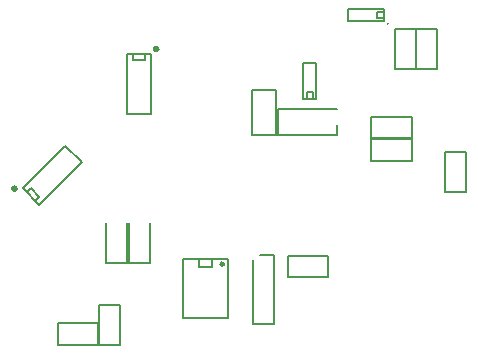
<source format=gbr>
%FSLAX34Y34*%
%MOMM*%
%LNSILK_BOTTOM*%
G71*
G01*
%ADD10C, 0.150*%
%ADD11C, 0.300*%
%ADD12C, 0.000*%
%ADD13C, 0.200*%
%LPD*%
G54D10*
X383831Y689530D02*
X373132Y689530D01*
X373131Y719730D01*
X383831Y719730D01*
X383831Y689530D01*
G54D10*
X381032Y689530D02*
X375931Y689530D01*
X375931Y695130D01*
X381031Y695130D01*
X381032Y689530D01*
G54D10*
X401671Y667046D02*
X401671Y659333D01*
X351671Y659333D01*
X351671Y681333D01*
X401671Y681333D01*
G54D10*
X349760Y659330D02*
X329760Y659330D01*
X329760Y697330D01*
X349760Y697330D01*
X349760Y659330D01*
G54D10*
X309488Y504172D02*
X309488Y554172D01*
X271488Y554172D01*
X271488Y504172D01*
X309488Y504172D01*
G54D10*
X295988Y547572D02*
X295988Y554172D01*
X284988Y554173D01*
X284988Y547572D01*
X295988Y547572D01*
G54D11*
G75*
G01X305484Y549599D02*
G03X305484Y549599I-1000J0D01*
G01*
G36*
G75*
G01X305484Y549599D02*
G03X305484Y549599I-1000J0D01*
G01*
G37*
X305484Y549599D01*
G54D10*
X336409Y557401D02*
X348456Y557401D01*
X348456Y523401D01*
G54D10*
X360074Y538450D02*
X360074Y556450D01*
X394074Y556451D01*
X394075Y538450D01*
X360074Y538450D01*
G54D10*
X149740Y599768D02*
X135597Y613910D01*
X171731Y650043D01*
X185873Y635901D01*
X149740Y599768D01*
G54D10*
X146204Y603304D02*
X139133Y610374D01*
X142668Y613911D01*
X149740Y606839D01*
X146204Y603304D01*
G54D10*
X199898Y481471D02*
X217898Y481471D01*
X217898Y515471D01*
X199898Y515471D01*
X199898Y481471D01*
G54D10*
X330456Y553432D02*
X330456Y523401D01*
G54D10*
X330456Y533257D02*
X330456Y499257D01*
X348456Y499257D01*
X348456Y533257D01*
G54D10*
X486594Y714822D02*
X468594Y714822D01*
X468594Y748822D01*
X486594Y748822D01*
X486594Y714822D01*
G54D10*
X468735Y714822D02*
X450735Y714822D01*
X450735Y748822D01*
X468735Y748822D01*
X468735Y714822D01*
G54D10*
X165337Y499534D02*
X165336Y481534D01*
X199336Y481534D01*
X199337Y499534D01*
X165337Y499534D01*
G54D10*
X223903Y727638D02*
X243902Y727638D01*
X243903Y676538D01*
X223903Y676538D01*
X223903Y727638D01*
G54D10*
X228902Y727638D02*
X238903Y727638D01*
X238903Y722638D01*
X228902Y722638D01*
X228902Y727638D01*
G54D12*
G75*
G01X131076Y613552D02*
G03X131076Y613552I-2500J0D01*
G01*
G36*
G75*
G01X131076Y613552D02*
G03X131076Y613552I-2500J0D01*
G01*
G37*
X131076Y613552D01*
G54D12*
G75*
G01X250932Y731820D02*
G03X250932Y731820I-2500J0D01*
G01*
G36*
G75*
G01X250932Y731820D02*
G03X250932Y731820I-2500J0D01*
G01*
G37*
X250932Y731820D01*
G54D10*
X225781Y584736D02*
X225781Y550736D01*
X243781Y550736D01*
X243781Y584736D01*
G54D10*
X223781Y584736D02*
X223781Y550736D01*
X205781Y550736D01*
X205781Y584736D01*
G54D10*
X430828Y637374D02*
X430828Y655374D01*
X464828Y655374D01*
X464829Y637374D01*
X430828Y637374D01*
G54D10*
X441237Y755117D02*
X441237Y765816D01*
X411037Y765817D01*
X411037Y755117D01*
X441237Y755117D01*
G54D10*
X441237Y757916D02*
X441238Y763017D01*
X435637Y763017D01*
X435637Y757917D01*
X441237Y757916D01*
G54D13*
G75*
G01X444869Y753073D02*
G03X444869Y753073I-500J0D01*
G01*
G54D10*
X511246Y610338D02*
X493246Y610338D01*
X493246Y644338D01*
X511246Y644338D01*
X511246Y610338D01*
G54D10*
X430828Y656424D02*
X430828Y674424D01*
X464828Y674424D01*
X464829Y656424D01*
X430828Y656424D01*
M02*

</source>
